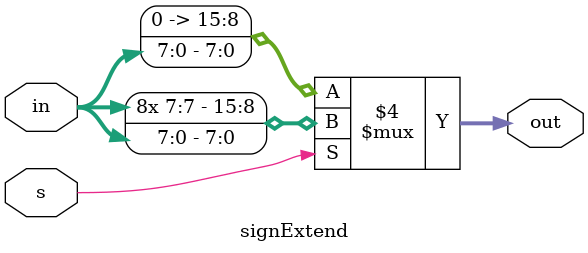
<source format=v>
module signExtend(in, s, out);
	input [7:0] in;
	input s;
	output reg [15:0] out;
	
	always @(*)
		if (s == 1) // signExtend
			out <= {{8{in[7]}}, in[7:0]};
		else // zeroExtend
			out <= {{8{1'b0}}, in[7:0]};
		
endmodule 
</source>
